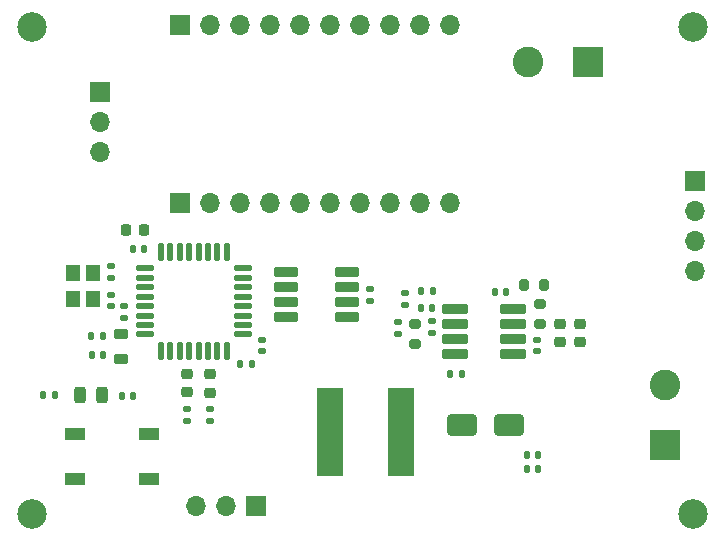
<source format=gbr>
%TF.GenerationSoftware,KiCad,Pcbnew,8.0.1*%
%TF.CreationDate,2024-11-24T12:48:57+07:00*%
%TF.ProjectId,TPMS,54504d53-2e6b-4696-9361-645f70636258,rev?*%
%TF.SameCoordinates,Original*%
%TF.FileFunction,Soldermask,Top*%
%TF.FilePolarity,Negative*%
%FSLAX46Y46*%
G04 Gerber Fmt 4.6, Leading zero omitted, Abs format (unit mm)*
G04 Created by KiCad (PCBNEW 8.0.1) date 2024-11-24 12:48:57*
%MOMM*%
%LPD*%
G01*
G04 APERTURE LIST*
G04 Aperture macros list*
%AMRoundRect*
0 Rectangle with rounded corners*
0 $1 Rounding radius*
0 $2 $3 $4 $5 $6 $7 $8 $9 X,Y pos of 4 corners*
0 Add a 4 corners polygon primitive as box body*
4,1,4,$2,$3,$4,$5,$6,$7,$8,$9,$2,$3,0*
0 Add four circle primitives for the rounded corners*
1,1,$1+$1,$2,$3*
1,1,$1+$1,$4,$5*
1,1,$1+$1,$6,$7*
1,1,$1+$1,$8,$9*
0 Add four rect primitives between the rounded corners*
20,1,$1+$1,$2,$3,$4,$5,0*
20,1,$1+$1,$4,$5,$6,$7,0*
20,1,$1+$1,$6,$7,$8,$9,0*
20,1,$1+$1,$8,$9,$2,$3,0*%
G04 Aperture macros list end*
%ADD10R,1.700000X1.700000*%
%ADD11O,1.700000X1.700000*%
%ADD12RoundRect,0.225000X-0.250000X0.225000X-0.250000X-0.225000X0.250000X-0.225000X0.250000X0.225000X0*%
%ADD13RoundRect,0.250000X-1.000000X-0.650000X1.000000X-0.650000X1.000000X0.650000X-1.000000X0.650000X0*%
%ADD14C,2.500000*%
%ADD15RoundRect,0.135000X-0.135000X-0.185000X0.135000X-0.185000X0.135000X0.185000X-0.135000X0.185000X0*%
%ADD16R,2.600000X2.600000*%
%ADD17C,2.600000*%
%ADD18RoundRect,0.140000X-0.170000X0.140000X-0.170000X-0.140000X0.170000X-0.140000X0.170000X0.140000X0*%
%ADD19RoundRect,0.225000X-0.225000X-0.250000X0.225000X-0.250000X0.225000X0.250000X-0.225000X0.250000X0*%
%ADD20RoundRect,0.140000X0.140000X0.170000X-0.140000X0.170000X-0.140000X-0.170000X0.140000X-0.170000X0*%
%ADD21RoundRect,0.100500X0.986500X0.301500X-0.986500X0.301500X-0.986500X-0.301500X0.986500X-0.301500X0*%
%ADD22RoundRect,0.200000X-0.275000X0.200000X-0.275000X-0.200000X0.275000X-0.200000X0.275000X0.200000X0*%
%ADD23RoundRect,0.140000X-0.140000X-0.170000X0.140000X-0.170000X0.140000X0.170000X-0.140000X0.170000X0*%
%ADD24RoundRect,0.125000X-0.625000X-0.125000X0.625000X-0.125000X0.625000X0.125000X-0.625000X0.125000X0*%
%ADD25RoundRect,0.125000X-0.125000X-0.625000X0.125000X-0.625000X0.125000X0.625000X-0.125000X0.625000X0*%
%ADD26RoundRect,0.135000X-0.185000X0.135000X-0.185000X-0.135000X0.185000X-0.135000X0.185000X0.135000X0*%
%ADD27RoundRect,0.099250X-0.877750X-0.297750X0.877750X-0.297750X0.877750X0.297750X-0.877750X0.297750X0*%
%ADD28RoundRect,0.135000X0.185000X-0.135000X0.185000X0.135000X-0.185000X0.135000X-0.185000X-0.135000X0*%
%ADD29RoundRect,0.218750X0.256250X-0.218750X0.256250X0.218750X-0.256250X0.218750X-0.256250X-0.218750X0*%
%ADD30RoundRect,0.200000X0.275000X-0.200000X0.275000X0.200000X-0.275000X0.200000X-0.275000X-0.200000X0*%
%ADD31RoundRect,0.200000X0.200000X0.275000X-0.200000X0.275000X-0.200000X-0.275000X0.200000X-0.275000X0*%
%ADD32RoundRect,0.243750X-0.243750X-0.456250X0.243750X-0.456250X0.243750X0.456250X-0.243750X0.456250X0*%
%ADD33RoundRect,0.140000X0.170000X-0.140000X0.170000X0.140000X-0.170000X0.140000X-0.170000X-0.140000X0*%
%ADD34RoundRect,0.218750X0.381250X-0.218750X0.381250X0.218750X-0.381250X0.218750X-0.381250X-0.218750X0*%
%ADD35R,2.200000X7.500000*%
%ADD36R,1.200000X1.400000*%
%ADD37RoundRect,0.135000X0.135000X0.185000X-0.135000X0.185000X-0.135000X-0.185000X0.135000X-0.185000X0*%
%ADD38R,1.700000X1.000000*%
G04 APERTURE END LIST*
D10*
%TO.C,J7*%
X140990000Y-78925000D03*
D11*
X143530000Y-78925000D03*
X146070000Y-78925000D03*
X148610000Y-78925000D03*
X151150000Y-78925000D03*
X153690000Y-78925000D03*
X156230000Y-78925000D03*
X158770000Y-78925000D03*
X161310000Y-78925000D03*
X163850000Y-78925000D03*
%TD*%
%TO.C,J6*%
X163840000Y-94000000D03*
X161300000Y-94000000D03*
X158760000Y-94000000D03*
X156220000Y-94000000D03*
X153680000Y-94000000D03*
X151140000Y-94000000D03*
X148600000Y-94000000D03*
X146060000Y-94000000D03*
X143520000Y-94000000D03*
D10*
X140980000Y-94000000D03*
%TD*%
D12*
%TO.C,C10*%
X174880000Y-104180000D03*
X174880000Y-105730000D03*
%TD*%
D13*
%TO.C,D4*%
X164880000Y-112720000D03*
X168880000Y-112720000D03*
%TD*%
D14*
%TO.C,H2*%
X128480000Y-120320000D03*
%TD*%
D10*
%TO.C,J3*%
X147420000Y-119620000D03*
D11*
X144880000Y-119620000D03*
X142340000Y-119620000D03*
%TD*%
D15*
%TO.C,R9*%
X161370000Y-101420000D03*
X162390000Y-101420000D03*
%TD*%
D16*
%TO.C,J4*%
X182085000Y-114465000D03*
D17*
X182085000Y-109385000D03*
%TD*%
D18*
%TO.C,C16*%
X162320000Y-103970000D03*
X162320000Y-104930000D03*
%TD*%
%TO.C,C3*%
X135180000Y-99320000D03*
X135180000Y-100280000D03*
%TD*%
%TO.C,C12*%
X171220000Y-105520000D03*
X171220000Y-106480000D03*
%TD*%
D19*
%TO.C,C1*%
X136430000Y-96220000D03*
X137980000Y-96220000D03*
%TD*%
D20*
%TO.C,C8*%
X134460000Y-105195000D03*
X133500000Y-105195000D03*
%TD*%
D21*
%TO.C,U2*%
X169220000Y-106730000D03*
X169220000Y-105460000D03*
X169220000Y-104190000D03*
X169220000Y-102920000D03*
X164280000Y-102920000D03*
X164280000Y-104190000D03*
X164280000Y-105460000D03*
X164280000Y-106730000D03*
%TD*%
D22*
%TO.C,R7*%
X160880000Y-104220000D03*
X160880000Y-105870000D03*
%TD*%
D18*
%TO.C,C4*%
X147980000Y-105520000D03*
X147980000Y-106480000D03*
%TD*%
D23*
%TO.C,C13*%
X167680000Y-101520000D03*
X168640000Y-101520000D03*
%TD*%
D24*
%TO.C,U1*%
X138005000Y-99495000D03*
X138005000Y-100295000D03*
X138005000Y-101095000D03*
X138005000Y-101895000D03*
X138005000Y-102695000D03*
X138005000Y-103495000D03*
X138005000Y-104295000D03*
X138005000Y-105095000D03*
D25*
X139380000Y-106470000D03*
X140180000Y-106470000D03*
X140980000Y-106470000D03*
X141780000Y-106470000D03*
X142580000Y-106470000D03*
X143380000Y-106470000D03*
X144180000Y-106470000D03*
X144980000Y-106470000D03*
D24*
X146355000Y-105095000D03*
X146355000Y-104295000D03*
X146355000Y-103495000D03*
X146355000Y-102695000D03*
X146355000Y-101895000D03*
X146355000Y-101095000D03*
X146355000Y-100295000D03*
X146355000Y-99495000D03*
D25*
X144980000Y-98120000D03*
X144180000Y-98120000D03*
X143380000Y-98120000D03*
X142580000Y-98120000D03*
X141780000Y-98120000D03*
X140980000Y-98120000D03*
X140180000Y-98120000D03*
X139380000Y-98120000D03*
%TD*%
D20*
%TO.C,C14*%
X164860000Y-108420000D03*
X163900000Y-108420000D03*
%TD*%
D26*
%TO.C,R1*%
X141580000Y-111420000D03*
X141580000Y-112440000D03*
%TD*%
D18*
%TO.C,C5*%
X135180000Y-101720000D03*
X135180000Y-102680000D03*
%TD*%
D27*
%TO.C,U3*%
X150010000Y-99820000D03*
X150010000Y-101090000D03*
X150010000Y-102360000D03*
X150010000Y-103630000D03*
X155180000Y-103630000D03*
X155180000Y-102360000D03*
X155180000Y-101090000D03*
X155180000Y-99820000D03*
%TD*%
D28*
%TO.C,R8*%
X160080000Y-102630000D03*
X160080000Y-101610000D03*
%TD*%
D29*
%TO.C,D1*%
X141580000Y-109995000D03*
X141580000Y-108420000D03*
%TD*%
D14*
%TO.C,H4*%
X184480000Y-120320000D03*
%TD*%
D20*
%TO.C,C9*%
X134480000Y-106795000D03*
X133520000Y-106795000D03*
%TD*%
D16*
%TO.C,J2*%
X175580000Y-82000000D03*
D17*
X170500000Y-82000000D03*
%TD*%
D14*
%TO.C,H1*%
X128480000Y-79100000D03*
%TD*%
D30*
%TO.C,R4*%
X171480000Y-104170000D03*
X171480000Y-102520000D03*
%TD*%
D23*
%TO.C,C17*%
X170380000Y-115320000D03*
X171340000Y-115320000D03*
%TD*%
D31*
%TO.C,R5*%
X171805000Y-100920000D03*
X170155000Y-100920000D03*
%TD*%
D23*
%TO.C,C2*%
X136100000Y-110320000D03*
X137060000Y-110320000D03*
%TD*%
D20*
%TO.C,C15*%
X162360000Y-102820000D03*
X161400000Y-102820000D03*
%TD*%
D29*
%TO.C,D2*%
X143580000Y-110020000D03*
X143580000Y-108445000D03*
%TD*%
D26*
%TO.C,R2*%
X143580000Y-111420000D03*
X143580000Y-112440000D03*
%TD*%
D23*
%TO.C,C6*%
X137000000Y-97820000D03*
X137960000Y-97820000D03*
%TD*%
D10*
%TO.C,J5*%
X184580000Y-92100000D03*
D11*
X184580000Y-94640000D03*
X184580000Y-97180000D03*
X184580000Y-99720000D03*
%TD*%
D32*
%TO.C,D3*%
X132555000Y-110220000D03*
X134430000Y-110220000D03*
%TD*%
D33*
%TO.C,C7*%
X136280000Y-103680000D03*
X136280000Y-102720000D03*
%TD*%
D34*
%TO.C,FB1*%
X135980000Y-107182500D03*
X135980000Y-105057500D03*
%TD*%
D26*
%TO.C,R10*%
X159480000Y-104020000D03*
X159480000Y-105040000D03*
%TD*%
D14*
%TO.C,H3*%
X184480000Y-79100000D03*
%TD*%
D35*
%TO.C,L1*%
X159680000Y-113320000D03*
X153680000Y-113320000D03*
%TD*%
D36*
%TO.C,Y1*%
X131980000Y-99920000D03*
X131980000Y-102120000D03*
X133680000Y-102120000D03*
X133680000Y-99920000D03*
%TD*%
D12*
%TO.C,C11*%
X173180000Y-104180000D03*
X173180000Y-105730000D03*
%TD*%
D23*
%TO.C,C18*%
X170380000Y-116520000D03*
X171340000Y-116520000D03*
%TD*%
D20*
%TO.C,C19*%
X147080000Y-107620000D03*
X146120000Y-107620000D03*
%TD*%
D37*
%TO.C,R3*%
X130390000Y-110220000D03*
X129370000Y-110220000D03*
%TD*%
D26*
%TO.C,R6*%
X157110000Y-101210000D03*
X157110000Y-102230000D03*
%TD*%
D38*
%TO.C,SW1*%
X138400000Y-117340000D03*
X132100000Y-117340000D03*
X138400000Y-113540000D03*
X132100000Y-113540000D03*
%TD*%
D10*
%TO.C,J1*%
X134200000Y-84600000D03*
D11*
X134200000Y-87140000D03*
X134200000Y-89680000D03*
%TD*%
M02*

</source>
